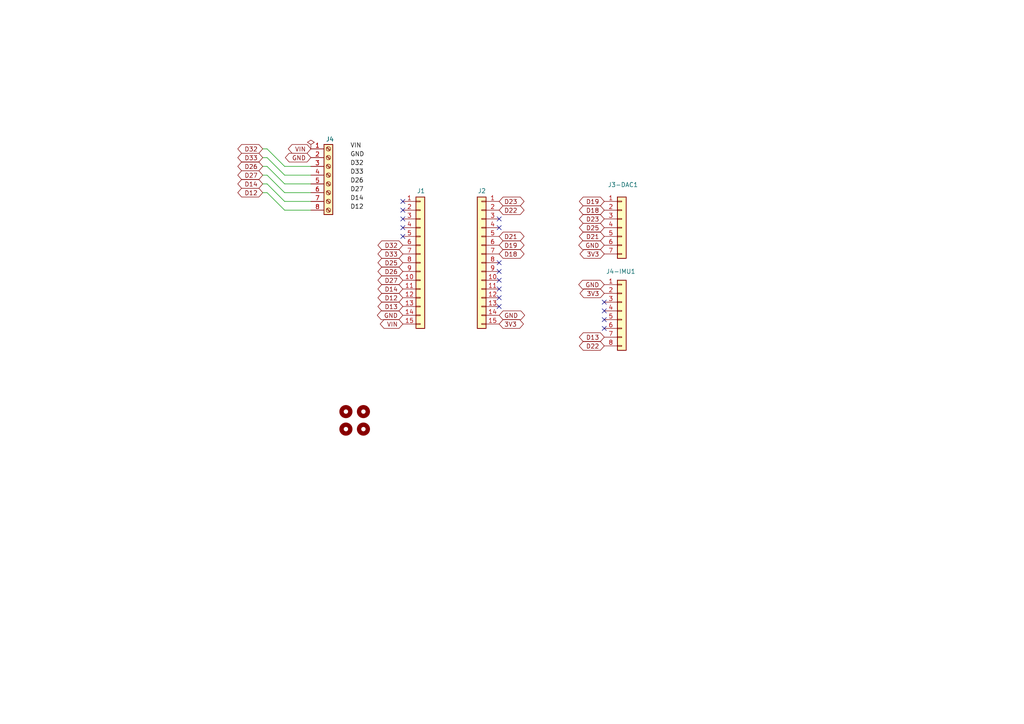
<source format=kicad_sch>
(kicad_sch (version 20250114) (generator "eeschema") (generator_version "9.0")
  (paper "A4")
  (lib_symbols
    (symbol "Connector:Screw_Terminal_01x08" (pin_names (offset 1.016) (hide yes))
      (property "Reference" "J" (at 0 10.16 0))
      (property "Value" "Screw_Terminal_01x08" (at 0 -12.7 0))
      (symbol "Screw_Terminal_01x08_1_1"
        (rectangle (start -1.27 8.89) (end 1.27 -11.43) (stroke (width 0.254)) (fill (type background)))
        (polyline (pts (xy -0.5334 7.9502) (xy 0.3302 7.112)) (stroke (width 0.1524)))
        (polyline (pts (xy -0.5334 5.4102) (xy 0.3302 4.572)) (stroke (width 0.1524)))
        (polyline (pts (xy -0.5334 2.8702) (xy 0.3302 2.032)) (stroke (width 0.1524)))
        (polyline (pts (xy -0.5334 0.3302) (xy 0.3302 -0.508)) (stroke (width 0.1524)))
        (polyline (pts (xy -0.5334 -2.2098) (xy 0.3302 -3.048)) (stroke (width 0.1524)))
        (polyline (pts (xy -0.5334 -4.7498) (xy 0.3302 -5.588)) (stroke (width 0.1524)))
        (polyline (pts (xy -0.5334 -7.2898) (xy 0.3302 -8.128)) (stroke (width 0.1524)))
        (polyline (pts (xy -0.5334 -9.8298) (xy 0.3302 -10.668)) (stroke (width 0.1524)))
        (polyline (pts (xy -0.3556 8.128) (xy 0.508 7.2898)) (stroke (width 0.1524)))
        (polyline (pts (xy -0.3556 5.588) (xy 0.508 4.7498)) (stroke (width 0.1524)))
        (polyline (pts (xy -0.3556 3.048) (xy 0.508 2.2098)) (stroke (width 0.1524)))
        (polyline (pts (xy -0.3556 0.508) (xy 0.508 -0.3302)) (stroke (width 0.1524)))
        (polyline (pts (xy -0.3556 -2.032) (xy 0.508 -2.8702)) (stroke (width 0.1524)))
        (polyline (pts (xy -0.3556 -4.572) (xy 0.508 -5.4102)) (stroke (width 0.1524)))
        (polyline (pts (xy -0.3556 -7.112) (xy 0.508 -7.9502)) (stroke (width 0.1524)))
        (polyline (pts (xy -0.3556 -9.652) (xy 0.508 -10.4902)) (stroke (width 0.1524)))
        (circle (center 0 7.62) (radius 0.635) (stroke (width 0.1524)))
        (circle (center 0 5.08) (radius 0.635) (stroke (width 0.1524)))
        (circle (center 0 2.54) (radius 0.635) (stroke (width 0.1524)))
        (circle (center 0 0) (radius 0.635) (stroke (width 0.1524)))
        (circle (center 0 -2.54) (radius 0.635) (stroke (width 0.1524)))
        (circle (center 0 -5.08) (radius 0.635) (stroke (width 0.1524)))
        (circle (center 0 -7.62) (radius 0.635) (stroke (width 0.1524)))
        (circle (center 0 -10.16) (radius 0.635) (stroke (width 0.1524)))
        (pin passive line (at -5.08 7.62 0) (length 3.81) (name "Pin_1") (number "1"))
        (pin passive line (at -5.08 5.08 0) (length 3.81) (name "Pin_2") (number "2"))
        (pin passive line (at -5.08 2.54 0) (length 3.81) (name "Pin_3") (number "3"))
        (pin passive line (at -5.08 0 0) (length 3.81) (name "Pin_4") (number "4"))
        (pin passive line (at -5.08 -2.54 0) (length 3.81) (name "Pin_5") (number "5"))
        (pin passive line (at -5.08 -5.08 0) (length 3.81) (name "Pin_6") (number "6"))
        (pin passive line (at -5.08 -7.62 0) (length 3.81) (name "Pin_7") (number "7"))
        (pin passive line (at -5.08 -10.16 0) (length 3.81) (name "Pin_8") (number "8"))
      )
    )
    (symbol "Connector_Generic:Conn_01x07" (pin_names (offset 1.016) (hide yes))
      (property "Reference" "J" (at 0 10.16 0))
      (property "Value" "Conn_01x07" (at 0 -10.16 0))
      (symbol "Conn_01x07_1_1"
        (rectangle (start -1.27 8.89) (end 1.27 -8.89) (stroke (width 0.254)) (fill (type background)))
        (rectangle (start -1.27 7.747) (end 0 7.493) (stroke (width 0.1524)))
        (rectangle (start -1.27 5.207) (end 0 4.953) (stroke (width 0.1524)))
        (rectangle (start -1.27 2.667) (end 0 2.413) (stroke (width 0.1524)))
        (rectangle (start -1.27 0.127) (end 0 -0.127) (stroke (width 0.1524)))
        (rectangle (start -1.27 -2.413) (end 0 -2.667) (stroke (width 0.1524)))
        (rectangle (start -1.27 -4.953) (end 0 -5.207) (stroke (width 0.1524)))
        (rectangle (start -1.27 -7.493) (end 0 -7.747) (stroke (width 0.1524)))
        (pin passive line (at -5.08 7.62 0) (length 3.81) (name "Pin_1") (number "1"))
        (pin passive line (at -5.08 5.08 0) (length 3.81) (name "Pin_2") (number "2"))
        (pin passive line (at -5.08 2.54 0) (length 3.81) (name "Pin_3") (number "3"))
        (pin passive line (at -5.08 0 0) (length 3.81) (name "Pin_4") (number "4"))
        (pin passive line (at -5.08 -2.54 0) (length 3.81) (name "Pin_5") (number "5"))
        (pin passive line (at -5.08 -5.08 0) (length 3.81) (name "Pin_6") (number "6"))
        (pin passive line (at -5.08 -7.62 0) (length 3.81) (name "Pin_7") (number "7"))
      )
    )
    (symbol "Connector_Generic:Conn_01x08" (pin_names (offset 1.016) (hide yes))
      (property "Reference" "J" (at 0 10.16 0))
      (property "Value" "Conn_01x08" (at 0 -12.7 0))
      (symbol "Conn_01x08_1_1"
        (rectangle (start -1.27 8.89) (end 1.27 -11.43) (stroke (width 0.254)) (fill (type background)))
        (rectangle (start -1.27 7.747) (end 0 7.493) (stroke (width 0.1524)))
        (rectangle (start -1.27 5.207) (end 0 4.953) (stroke (width 0.1524)))
        (rectangle (start -1.27 2.667) (end 0 2.413) (stroke (width 0.1524)))
        (rectangle (start -1.27 0.127) (end 0 -0.127) (stroke (width 0.1524)))
        (rectangle (start -1.27 -2.413) (end 0 -2.667) (stroke (width 0.1524)))
        (rectangle (start -1.27 -4.953) (end 0 -5.207) (stroke (width 0.1524)))
        (rectangle (start -1.27 -7.493) (end 0 -7.747) (stroke (width 0.1524)))
        (rectangle (start -1.27 -10.033) (end 0 -10.287) (stroke (width 0.1524)))
        (pin passive line (at -5.08 7.62 0) (length 3.81) (name "Pin_1") (number "1"))
        (pin passive line (at -5.08 5.08 0) (length 3.81) (name "Pin_2") (number "2"))
        (pin passive line (at -5.08 2.54 0) (length 3.81) (name "Pin_3") (number "3"))
        (pin passive line (at -5.08 0 0) (length 3.81) (name "Pin_4") (number "4"))
        (pin passive line (at -5.08 -2.54 0) (length 3.81) (name "Pin_5") (number "5"))
        (pin passive line (at -5.08 -5.08 0) (length 3.81) (name "Pin_6") (number "6"))
        (pin passive line (at -5.08 -7.62 0) (length 3.81) (name "Pin_7") (number "7"))
        (pin passive line (at -5.08 -10.16 0) (length 3.81) (name "Pin_8") (number "8"))
      )
    )
    (symbol "Connector_Generic:Conn_01x15" (pin_names (offset 1.016) (hide yes))
      (property "Reference" "J" (at 0 20.32 0))
      (property "Value" "Conn_01x15" (at 0 -20.32 0))
      (symbol "Conn_01x15_1_1"
        (rectangle (start -1.27 19.05) (end 1.27 -19.05) (stroke (width 0.254)) (fill (type background)))
        (rectangle (start -1.27 17.907) (end 0 17.653) (stroke (width 0.1524)))
        (rectangle (start -1.27 15.367) (end 0 15.113) (stroke (width 0.1524)))
        (rectangle (start -1.27 12.827) (end 0 12.573) (stroke (width 0.1524)))
        (rectangle (start -1.27 10.287) (end 0 10.033) (stroke (width 0.1524)))
        (rectangle (start -1.27 7.747) (end 0 7.493) (stroke (width 0.1524)))
        (rectangle (start -1.27 5.207) (end 0 4.953) (stroke (width 0.1524)))
        (rectangle (start -1.27 2.667) (end 0 2.413) (stroke (width 0.1524)))
        (rectangle (start -1.27 0.127) (end 0 -0.127) (stroke (width 0.1524)))
        (rectangle (start -1.27 -2.413) (end 0 -2.667) (stroke (width 0.1524)))
        (rectangle (start -1.27 -4.953) (end 0 -5.207) (stroke (width 0.1524)))
        (rectangle (start -1.27 -7.493) (end 0 -7.747) (stroke (width 0.1524)))
        (rectangle (start -1.27 -10.033) (end 0 -10.287) (stroke (width 0.1524)))
        (rectangle (start -1.27 -12.573) (end 0 -12.827) (stroke (width 0.1524)))
        (rectangle (start -1.27 -15.113) (end 0 -15.367) (stroke (width 0.1524)))
        (rectangle (start -1.27 -17.653) (end 0 -17.907) (stroke (width 0.1524)))
        (pin passive line (at -5.08 17.78 0) (length 3.81) (name "Pin_1") (number "1"))
        (pin passive line (at -5.08 15.24 0) (length 3.81) (name "Pin_2") (number "2"))
        (pin passive line (at -5.08 12.7 0) (length 3.81) (name "Pin_3") (number "3"))
        (pin passive line (at -5.08 10.16 0) (length 3.81) (name "Pin_4") (number "4"))
        (pin passive line (at -5.08 7.62 0) (length 3.81) (name "Pin_5") (number "5"))
        (pin passive line (at -5.08 5.08 0) (length 3.81) (name "Pin_6") (number "6"))
        (pin passive line (at -5.08 2.54 0) (length 3.81) (name "Pin_7") (number "7"))
        (pin passive line (at -5.08 0 0) (length 3.81) (name "Pin_8") (number "8"))
        (pin passive line (at -5.08 -2.54 0) (length 3.81) (name "Pin_9") (number "9"))
        (pin passive line (at -5.08 -5.08 0) (length 3.81) (name "Pin_10") (number "10"))
        (pin passive line (at -5.08 -7.62 0) (length 3.81) (name "Pin_11") (number "11"))
        (pin passive line (at -5.08 -10.16 0) (length 3.81) (name "Pin_12") (number "12"))
        (pin passive line (at -5.08 -12.7 0) (length 3.81) (name "Pin_13") (number "13"))
        (pin passive line (at -5.08 -15.24 0) (length 3.81) (name "Pin_14") (number "14"))
        (pin passive line (at -5.08 -17.78 0) (length 3.81) (name "Pin_15") (number "15"))
      )
    )
    (symbol "Mechanical:MountingHole" (pin_names (offset 1.016)) (in_bom no)
      (property "Reference" "H" (at 0 5.08 0))
      (property "Value" "MountingHole" (at 0 3.175 0))
      (symbol "MountingHole_0_1"
        (circle (center 0 0) (radius 1.27) (stroke (width 1.27)))
      )
    )
    (symbol "power:PWR_FLAG" (power) (pin_numbers (hide yes)) (pin_names (offset 0) (hide yes))
      (property "Value" "PWR_FLAG" (at 0 3.81 0))
      (symbol "PWR_FLAG_0_0"
        (pin power_out line (at 0 0 90) (length 0) (name "~") (number "1"))
      )
      (symbol "PWR_FLAG_0_1"
        (polyline (pts (xy 0 0) (xy 0 1.27) (xy -1.016 1.905) (xy 0 2.54) (xy 1.016 1.905) (xy 0 1.27)))
      )
    )
  )
  (no_connect (at 116.84 60.96))
  (no_connect (at 116.84 58.42))
  (no_connect (at 116.84 63.5))
  (no_connect (at 175.26 95.25))
  (no_connect (at 144.78 86.36))
  (no_connect (at 116.84 66.04))
  (no_connect (at 144.78 76.2))
  (no_connect (at 144.78 63.5))
  (no_connect (at 116.84 68.58))
  (no_connect (at 144.78 83.82))
  (no_connect (at 175.26 90.17))
  (no_connect (at 144.78 81.28))
  (no_connect (at 175.26 87.63))
  (no_connect (at 144.78 78.74))
  (no_connect (at 175.26 92.71))
  (no_connect (at 144.78 88.9))
  (no_connect (at 144.78 66.04))
  (wire (pts (xy 82.55 58.42) (xy 77.47 53.34)))
  (wire (pts (xy 76.2 45.72) (xy 77.47 45.72)))
  (wire (pts (xy 82.55 55.88) (xy 77.47 50.8)))
  (wire (pts (xy 82.55 58.42) (xy 90.17 58.42)))
  (wire (pts (xy 76.2 55.88) (xy 77.47 55.88)))
  (wire (pts (xy 76.2 50.8) (xy 77.47 50.8)))
  (wire (pts (xy 82.55 53.34) (xy 90.17 53.34)))
  (wire (pts (xy 82.55 60.96) (xy 77.47 55.88)))
  (wire (pts (xy 82.55 55.88) (xy 90.17 55.88)))
  (wire (pts (xy 82.55 60.96) (xy 90.17 60.96)))
  (wire (pts (xy 82.55 50.8) (xy 77.47 45.72)))
  (wire (pts (xy 76.2 43.18) (xy 77.47 43.18)))
  (wire (pts (xy 77.47 43.18) (xy 82.55 48.26)))
  (wire (pts (xy 82.55 48.26) (xy 90.17 48.26)))
  (wire (pts (xy 82.55 53.34) (xy 77.47 48.26)))
  (wire (pts (xy 76.2 53.34) (xy 77.47 53.34)))
  (wire (pts (xy 82.55 50.8) (xy 90.17 50.8)))
  (wire (pts (xy 76.2 48.26) (xy 77.47 48.26)))
  (label "GND" (at 101.6 45.72 0))
  (label "D26" (at 101.6 53.34 0))
  (label "D12" (at 101.6 60.96 0))
  (label "D14" (at 101.6 58.42 0))
  (label "D33" (at 101.6 50.8 0))
  (label "D32" (at 101.6 48.26 0))
  (label "VIN" (at 101.6 43.18 0))
  (label "D27" (at 101.6 55.88 0))
  (global_label "D21" (shape bidirectional) (at 144.78 68.58 0) (property "Intersheetrefs" "${INTERSHEET_REFS}" (effects (hide yes))))
  (global_label "D33" (shape bidirectional) (at 116.84 73.66 180) (property "Intersheetrefs" "${INTERSHEET_REFS}" (effects (hide yes))))
  (global_label "D19" (shape bidirectional) (at 144.78 71.12 0) (property "Intersheetrefs" "${INTERSHEET_REFS}" (effects (hide yes))))
  (global_label "D22" (shape bidirectional) (at 144.78 60.96 0) (property "Intersheetrefs" "${INTERSHEET_REFS}" (effects (hide yes))))
  (global_label "D21" (shape bidirectional) (at 175.26 68.58 180) (property "Intersheetrefs" "${INTERSHEET_REFS}" (effects (hide yes))))
  (global_label "D25" (shape bidirectional) (at 116.84 76.2 180) (property "Intersheetrefs" "${INTERSHEET_REFS}" (effects (hide yes))))
  (global_label "D18" (shape bidirectional) (at 144.78 73.66 0) (property "Intersheetrefs" "${INTERSHEET_REFS}" (effects (hide yes))))
  (global_label "D26" (shape bidirectional) (at 76.2 48.26 180) (property "Intersheetrefs" "${INTERSHEET_REFS}" (effects (hide yes))))
  (global_label "D25" (shape bidirectional) (at 175.26 66.04 180) (property "Intersheetrefs" "${INTERSHEET_REFS}" (effects (hide yes))))
  (global_label "3V3" (shape bidirectional) (at 175.26 73.66 180) (property "Intersheetrefs" "${INTERSHEET_REFS}" (effects (hide yes))))
  (global_label "VIN" (shape bidirectional) (at 116.84 93.98 180) (property "Intersheetrefs" "${INTERSHEET_REFS}" (effects (hide yes))))
  (global_label "D27" (shape bidirectional) (at 116.84 81.28 180) (property "Intersheetrefs" "${INTERSHEET_REFS}" (effects (hide yes))))
  (global_label "D22" (shape bidirectional) (at 175.26 100.33 180) (property "Intersheetrefs" "${INTERSHEET_REFS}" (effects (hide yes))))
  (global_label "D32" (shape bidirectional) (at 116.84 71.12 180) (property "Intersheetrefs" "${INTERSHEET_REFS}" (effects (hide yes))))
  (global_label "D13" (shape bidirectional) (at 116.84 88.9 180) (property "Intersheetrefs" "${INTERSHEET_REFS}" (effects (hide yes))))
  (global_label "3V3" (shape bidirectional) (at 175.26 85.09 180) (property "Intersheetrefs" "${INTERSHEET_REFS}" (effects (hide yes))))
  (global_label "D23" (shape bidirectional) (at 175.26 63.5 180) (property "Intersheetrefs" "${INTERSHEET_REFS}" (effects (hide yes))))
  (global_label "GND" (shape bidirectional) (at 116.84 91.44 180) (property "Intersheetrefs" "${INTERSHEET_REFS}" (effects (hide yes))))
  (global_label "GND" (shape bidirectional) (at 175.26 82.55 180) (property "Intersheetrefs" "${INTERSHEET_REFS}" (effects (hide yes))))
  (global_label "D18" (shape bidirectional) (at 175.26 60.96 180) (property "Intersheetrefs" "${INTERSHEET_REFS}" (effects (hide yes))))
  (global_label "D13" (shape bidirectional) (at 175.26 97.79 180) (property "Intersheetrefs" "${INTERSHEET_REFS}" (effects (hide yes))))
  (global_label "D32" (shape bidirectional) (at 76.2 43.18 180) (property "Intersheetrefs" "${INTERSHEET_REFS}" (effects (hide yes))))
  (global_label "VIN" (shape bidirectional) (at 90.17 43.18 180) (property "Intersheetrefs" "${INTERSHEET_REFS}" (effects (hide yes))))
  (global_label "GND" (shape bidirectional) (at 144.78 91.44 0) (property "Intersheetrefs" "${INTERSHEET_REFS}" (effects (hide yes))))
  (global_label "3V3" (shape bidirectional) (at 144.78 93.98 0) (property "Intersheetrefs" "${INTERSHEET_REFS}" (effects (hide yes))))
  (global_label "D27" (shape bidirectional) (at 76.2 50.8 180) (property "Intersheetrefs" "${INTERSHEET_REFS}" (effects (hide yes))))
  (global_label "D33" (shape bidirectional) (at 76.2 45.72 180) (property "Intersheetrefs" "${INTERSHEET_REFS}" (effects (hide yes))))
  (global_label "GND" (shape bidirectional) (at 90.17 45.72 180) (property "Intersheetrefs" "${INTERSHEET_REFS}" (effects (hide yes))))
  (global_label "D19" (shape bidirectional) (at 175.26 58.42 180) (property "Intersheetrefs" "${INTERSHEET_REFS}" (effects (hide yes))))
  (global_label "D26" (shape bidirectional) (at 116.84 78.74 180) (property "Intersheetrefs" "${INTERSHEET_REFS}" (effects (hide yes))))
  (global_label "D14" (shape bidirectional) (at 116.84 83.82 180) (property "Intersheetrefs" "${INTERSHEET_REFS}" (effects (hide yes))))
  (global_label "D12" (shape bidirectional) (at 76.2 55.88 180) (property "Intersheetrefs" "${INTERSHEET_REFS}" (effects (hide yes))))
  (global_label "D23" (shape bidirectional) (at 144.78 58.42 0) (property "Intersheetrefs" "${INTERSHEET_REFS}" (effects (hide yes))))
  (global_label "D12" (shape bidirectional) (at 116.84 86.36 180) (property "Intersheetrefs" "${INTERSHEET_REFS}" (effects (hide yes))))
  (global_label "GND" (shape bidirectional) (at 175.26 71.12 180) (property "Intersheetrefs" "${INTERSHEET_REFS}" (effects (hide yes))))
  (global_label "D14" (shape bidirectional) (at 76.2 53.34 180) (property "Intersheetrefs" "${INTERSHEET_REFS}" (effects (hide yes))))
  (symbol (lib_id "Connector:Screw_Terminal_01x08") (at 95.25 50.8 0) (unit 1)
    (property "Reference" "J4" (at 94.488 40.386 0) (effects (justify left)))
    (property "Value" "Screw_Terminal_01x08" (effects (hide yes)))
    (property "Footprint" "TerminalBlock_Phoenix:TerminalBlock_Phoenix_PT-1,5-8-3.5-H_1x08_P3.50mm_Horizontal" (effects (hide yes)))
    (property "Description" "Generic screw terminal, single row, 01x08, script generated (kicad-library-utils/schlib/autogen/connector/)" (effects (hide yes)))
  )
  (symbol (lib_id "Connector_Generic:Conn_01x07") (at 180.34 66.04 0) (unit 1)
    (property "Reference" "J3-DAC1" (at 176.276 53.594 0) (effects (justify left)))
    (property "Value" "Conn_01x07" (effects (hide yes)))
    (property "Footprint" "Connector_PinSocket_2.54mm:PinSocket_1x07_P2.54mm_Vertical" (effects (hide yes)))
    (property "Description" "Generic connector, single row, 01x07, script generated (kicad-library-utils/schlib/autogen/connector/)" (effects (hide yes)))
  )
  (symbol (lib_id "Mechanical:MountingHole") (at 105.41 124.46 0) (unit 1) (in_bom no)
    (property "Reference" "H3" (effects (hide yes)))
    (property "Value" "MountingHole" (effects (hide yes)))
    (property "Footprint" "MountingHole:MountingHole_3.2mm_M3" (effects (hide yes)))
    (property "Description" "Mounting Hole without connection" (effects (hide yes)))
  )
  (symbol (lib_id "Connector_Generic:Conn_01x15") (at 139.7 76.2 0) (mirror y) (unit 1)
    (property "Reference" "J2" (at 140.97 55.372 0) (effects (justify left)))
    (property "Value" "Conn_01x15" (effects (hide yes)))
    (property "Footprint" "Connector_PinSocket_2.54mm:PinSocket_1x15_P2.54mm_Vertical" (effects (hide yes)))
    (property "Description" "Generic connector, single row, 01x15, script generated (kicad-library-utils/schlib/autogen/connector/)" (effects (hide yes)))
  )
  (symbol (lib_id "Mechanical:MountingHole") (at 100.33 119.38 0) (unit 1) (in_bom no)
    (property "Reference" "H1" (effects (hide yes)))
    (property "Value" "MountingHole" (effects (hide yes)))
    (property "Footprint" "MountingHole:MountingHole_3.2mm_M3" (effects (hide yes)))
    (property "Description" "Mounting Hole without connection" (effects (hide yes)))
  )
  (symbol (lib_id "power:PWR_FLAG") (at 90.17 43.18 0) (unit 1)
    (property "Reference" "#FLG01" (effects (hide yes)))
    (property "Value" "PWR_FLAG" (effects (hide yes)))
    (property "Description" "Special symbol for telling ERC where power comes from" (effects (hide yes)))
  )
  (symbol (lib_id "Connector_Generic:Conn_01x08") (at 180.34 90.17 0) (unit 1)
    (property "Reference" "J4-IMU1" (at 175.768 78.74 0) (effects (justify left)))
    (property "Value" "Conn_01x08" (effects (hide yes)))
    (property "Footprint" "Connector_PinSocket_2.54mm:PinSocket_1x08_P2.54mm_Vertical" (effects (hide yes)))
    (property "Description" "Generic connector, single row, 01x08, script generated (kicad-library-utils/schlib/autogen/connector/)" (effects (hide yes)))
  )
  (symbol (lib_id "Mechanical:MountingHole") (at 100.33 124.46 0) (unit 1) (in_bom no)
    (property "Reference" "H2" (effects (hide yes)))
    (property "Value" "MountingHole" (effects (hide yes)))
    (property "Footprint" "MountingHole:MountingHole_3.2mm_M3" (effects (hide yes)))
    (property "Description" "Mounting Hole without connection" (effects (hide yes)))
  )
  (symbol (lib_id "Mechanical:MountingHole") (at 105.41 119.38 0) (unit 1) (in_bom no)
    (property "Reference" "H4" (effects (hide yes)))
    (property "Value" "MountingHole" (effects (hide yes)))
    (property "Footprint" "MountingHole:MountingHole_3.2mm_M3" (effects (hide yes)))
    (property "Description" "Mounting Hole without connection" (effects (hide yes)))
  )
  (symbol (lib_id "Connector_Generic:Conn_01x15") (at 121.92 76.2 0) (unit 1)
    (property "Reference" "J1" (at 120.904 55.372 0) (effects (justify left)))
    (property "Value" "Conn_01x15" (effects (hide yes)))
    (property "Footprint" "Connector_PinSocket_2.54mm:PinSocket_1x15_P2.54mm_Vertical" (effects (hide yes)))
    (property "Description" "Generic connector, single row, 01x15, script generated (kicad-library-utils/schlib/autogen/connector/)" (effects (hide yes)))
  )
)
</source>
